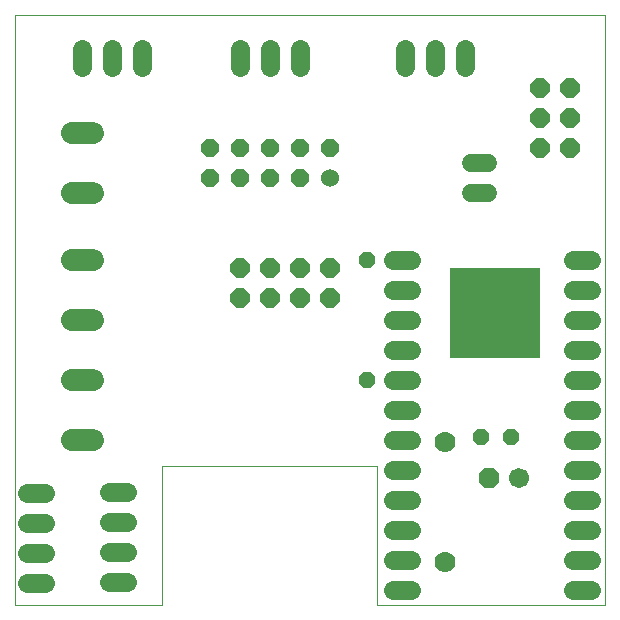
<source format=gbs>
G75*
%MOIN*%
%OFA0B0*%
%FSLAX24Y24*%
%IPPOS*%
%LPD*%
%AMOC8*
5,1,8,0,0,1.08239X$1,22.5*
%
%ADD10C,0.0000*%
%ADD11R,0.3000X0.3000*%
%ADD12OC8,0.0670*%
%ADD13C,0.0670*%
%ADD14OC8,0.0560*%
%ADD15C,0.0640*%
%ADD16C,0.0600*%
%ADD17OC8,0.0600*%
%ADD18OC8,0.0634*%
%ADD19OC8,0.0640*%
%ADD20C,0.0700*%
%ADD21C,0.0745*%
%ADD22C,0.0600*%
D10*
X000267Y000130D02*
X000267Y019815D01*
X019952Y019815D01*
X019952Y000130D01*
X012326Y000130D01*
X012326Y004786D01*
X005161Y004786D01*
X005161Y000130D01*
X000267Y000130D01*
D11*
X016267Y009880D03*
D12*
X016067Y004380D03*
D13*
X017067Y004380D03*
D14*
X016817Y005730D03*
X015817Y005730D03*
X012017Y007630D03*
X012017Y011630D03*
D15*
X012867Y011630D02*
X013467Y011630D01*
X013467Y010630D02*
X012867Y010630D01*
X012867Y009630D02*
X013467Y009630D01*
X013467Y008630D02*
X012867Y008630D01*
X012867Y007630D02*
X013467Y007630D01*
X013467Y006630D02*
X012867Y006630D01*
X012867Y005630D02*
X013467Y005630D01*
X013467Y004630D02*
X012867Y004630D01*
X012867Y003630D02*
X013467Y003630D01*
X013467Y002630D02*
X012867Y002630D01*
X012867Y001630D02*
X013467Y001630D01*
X013467Y000630D02*
X012867Y000630D01*
X018867Y000630D02*
X019467Y000630D01*
X019467Y001630D02*
X018867Y001630D01*
X018867Y002630D02*
X019467Y002630D01*
X019467Y003630D02*
X018867Y003630D01*
X018867Y004630D02*
X019467Y004630D01*
X019467Y005630D02*
X018867Y005630D01*
X018867Y006630D02*
X019467Y006630D01*
X019467Y007630D02*
X018867Y007630D01*
X018867Y008630D02*
X019467Y008630D01*
X019467Y009630D02*
X018867Y009630D01*
X018867Y010630D02*
X019467Y010630D01*
X019467Y011630D02*
X018867Y011630D01*
X015267Y018080D02*
X015267Y018680D01*
X014267Y018680D02*
X014267Y018080D01*
X013267Y018080D02*
X013267Y018680D01*
X009767Y018680D02*
X009767Y018080D01*
X008767Y018080D02*
X008767Y018680D01*
X007767Y018680D02*
X007767Y018080D01*
X004517Y018080D02*
X004517Y018680D01*
X003517Y018680D02*
X003517Y018080D01*
X002517Y018080D02*
X002517Y018680D01*
X003403Y003893D02*
X004003Y003893D01*
X004003Y002893D02*
X003403Y002893D01*
X003403Y001893D02*
X004003Y001893D01*
X004003Y000893D02*
X003403Y000893D01*
X001273Y000876D02*
X000673Y000876D01*
X000673Y001876D02*
X001273Y001876D01*
X001273Y002876D02*
X000673Y002876D01*
X000673Y003876D02*
X001273Y003876D01*
D16*
X010767Y014380D03*
D17*
X010767Y015380D03*
X009767Y015380D03*
X009767Y014380D03*
X008767Y014380D03*
X008767Y015380D03*
X007767Y015380D03*
X006767Y015380D03*
X006767Y014380D03*
X007767Y014380D03*
D18*
X017767Y015380D03*
X018767Y015380D03*
X018767Y016380D03*
X017767Y016380D03*
X017767Y017380D03*
X018767Y017380D03*
D19*
X010767Y011380D03*
X010767Y010380D03*
X009767Y010380D03*
X009767Y011380D03*
X008767Y011380D03*
X008767Y010380D03*
X007767Y010380D03*
X007767Y011380D03*
D20*
X014617Y005580D03*
X014617Y001580D03*
D21*
X002869Y005630D02*
X002164Y005630D01*
X002164Y007630D02*
X002869Y007630D01*
X002869Y009630D02*
X002164Y009630D01*
X002164Y011630D02*
X002869Y011630D01*
X002869Y013880D02*
X002164Y013880D01*
X002164Y015880D02*
X002869Y015880D01*
D22*
X015487Y014880D02*
X016047Y014880D01*
X016047Y013880D02*
X015487Y013880D01*
M02*

</source>
